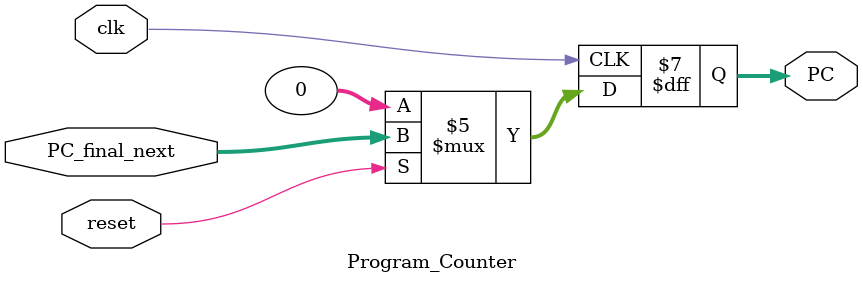
<source format=v>
module Program_Counter(
    input wire clk,
    input wire reset, // 동기식 리셋 신호 추가
    input wire [31:0] PC_final_next,
    output reg [31:0] PC
);

initial begin
    PC = 32'd0; // PC 초기값 설정
end

always @(posedge clk) begin
    if (!reset) begin
        // reset 신호가 활성화된 경우 PC 초기화
        PC <= 32'd0;
    end else begin
        // PC를 PC_final_next 값으로 업데이트
        PC <= PC_final_next;
    end
end

endmodule

</source>
